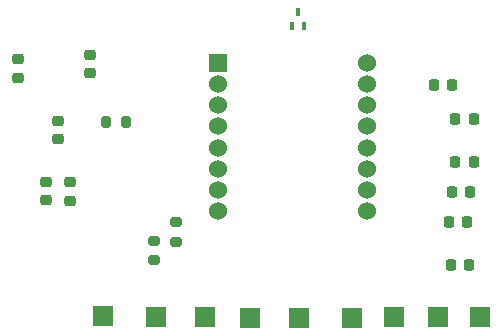
<source format=gbr>
%TF.GenerationSoftware,KiCad,Pcbnew,8.0.2-8.0.2-0~ubuntu20.04.1*%
%TF.CreationDate,2024-06-25T13:19:00+03:00*%
%TF.ProjectId,PCB_ADNS9800-Board_2024-06-24,5043425f-4144-44e5-9339-3830302d426f,rev?*%
%TF.SameCoordinates,Original*%
%TF.FileFunction,Soldermask,Top*%
%TF.FilePolarity,Negative*%
%FSLAX46Y46*%
G04 Gerber Fmt 4.6, Leading zero omitted, Abs format (unit mm)*
G04 Created by KiCad (PCBNEW 8.0.2-8.0.2-0~ubuntu20.04.1) date 2024-06-25 13:19:00*
%MOMM*%
%LPD*%
G01*
G04 APERTURE LIST*
G04 Aperture macros list*
%AMRoundRect*
0 Rectangle with rounded corners*
0 $1 Rounding radius*
0 $2 $3 $4 $5 $6 $7 $8 $9 X,Y pos of 4 corners*
0 Add a 4 corners polygon primitive as box body*
4,1,4,$2,$3,$4,$5,$6,$7,$8,$9,$2,$3,0*
0 Add four circle primitives for the rounded corners*
1,1,$1+$1,$2,$3*
1,1,$1+$1,$4,$5*
1,1,$1+$1,$6,$7*
1,1,$1+$1,$8,$9*
0 Add four rect primitives between the rounded corners*
20,1,$1+$1,$2,$3,$4,$5,0*
20,1,$1+$1,$4,$5,$6,$7,0*
20,1,$1+$1,$6,$7,$8,$9,0*
20,1,$1+$1,$8,$9,$2,$3,0*%
G04 Aperture macros list end*
%ADD10R,1.700000X1.700000*%
%ADD11RoundRect,0.225000X-0.225000X-0.250000X0.225000X-0.250000X0.225000X0.250000X-0.225000X0.250000X0*%
%ADD12RoundRect,0.225000X0.250000X-0.225000X0.250000X0.225000X-0.250000X0.225000X-0.250000X-0.225000X0*%
%ADD13RoundRect,0.200000X0.275000X-0.200000X0.275000X0.200000X-0.275000X0.200000X-0.275000X-0.200000X0*%
%ADD14RoundRect,0.200000X-0.200000X-0.275000X0.200000X-0.275000X0.200000X0.275000X-0.200000X0.275000X0*%
%ADD15R,1.524000X1.524000*%
%ADD16C,1.524000*%
%ADD17R,0.400000X0.700000*%
%ADD18RoundRect,0.225000X-0.250000X0.225000X-0.250000X-0.225000X0.250000X-0.225000X0.250000X0.225000X0*%
G04 APERTURE END LIST*
D10*
%TO.C,REF\u002A\u002A*%
X132080000Y-72237600D03*
%TD*%
%TO.C,REF\u002A\u002A*%
X139344400Y-72237600D03*
%TD*%
%TO.C,REF\u002A\u002A*%
X124002800Y-72288400D03*
%TD*%
%TO.C,REF\u002A\u002A*%
X135737600Y-72186800D03*
%TD*%
%TO.C,REF\u002A\u002A*%
X128473200Y-72288400D03*
%TD*%
%TO.C,REF\u002A\u002A*%
X107442000Y-72136000D03*
%TD*%
%TO.C,REF\u002A\u002A*%
X119888000Y-72288400D03*
%TD*%
%TO.C,REF\u002A\u002A*%
X111912400Y-72186800D03*
%TD*%
%TO.C,REF\u002A\u002A*%
X116078000Y-72186800D03*
%TD*%
D11*
%TO.C,C7*%
X136842200Y-67767200D03*
X138392200Y-67767200D03*
%TD*%
%TO.C,C4*%
X137248600Y-55422800D03*
X138798600Y-55422800D03*
%TD*%
D12*
%TO.C,C1*%
X106324400Y-51591000D03*
X106324400Y-50041000D03*
%TD*%
D11*
%TO.C,C6*%
X137248600Y-59080400D03*
X138798600Y-59080400D03*
%TD*%
D12*
%TO.C,C5*%
X104597200Y-62354200D03*
X104597200Y-60804200D03*
%TD*%
%TO.C,C3*%
X103632000Y-55622600D03*
X103632000Y-57172600D03*
%TD*%
D13*
%TO.C,RMOSI*%
X113588800Y-65849000D03*
X113588800Y-64199000D03*
%TD*%
%TO.C,RSCLK*%
X111760000Y-67423800D03*
X111760000Y-65773800D03*
%TD*%
D14*
%TO.C,RNCS*%
X109333800Y-55676800D03*
X107683800Y-55676800D03*
%TD*%
D15*
%TO.C,U1*%
X117144800Y-50736600D03*
D16*
X117144800Y-52516600D03*
X117144800Y-54296600D03*
X117144800Y-56076600D03*
X117144800Y-57856600D03*
X117144800Y-59636600D03*
X117144800Y-61416600D03*
X117144800Y-63196600D03*
X129744800Y-63196600D03*
X129744800Y-61416600D03*
X129744800Y-59636600D03*
X129744800Y-57856600D03*
X129744800Y-56076600D03*
X129744800Y-54296600D03*
X129744800Y-52516600D03*
X129744800Y-50736600D03*
%TD*%
D17*
%TO.C,T1*%
X123444000Y-47599600D03*
X124460000Y-47599600D03*
X123952000Y-46399600D03*
%TD*%
D11*
%TO.C,C10*%
X136967800Y-61620400D03*
X138517800Y-61620400D03*
%TD*%
%TO.C,C11*%
X136689800Y-64160400D03*
X138239800Y-64160400D03*
%TD*%
D12*
%TO.C,C9*%
X102616000Y-62293800D03*
X102616000Y-60743800D03*
%TD*%
D18*
%TO.C,C2*%
X100177600Y-50390200D03*
X100177600Y-51940200D03*
%TD*%
D11*
%TO.C,C8*%
X135419800Y-52527200D03*
X136969800Y-52527200D03*
%TD*%
M02*

</source>
